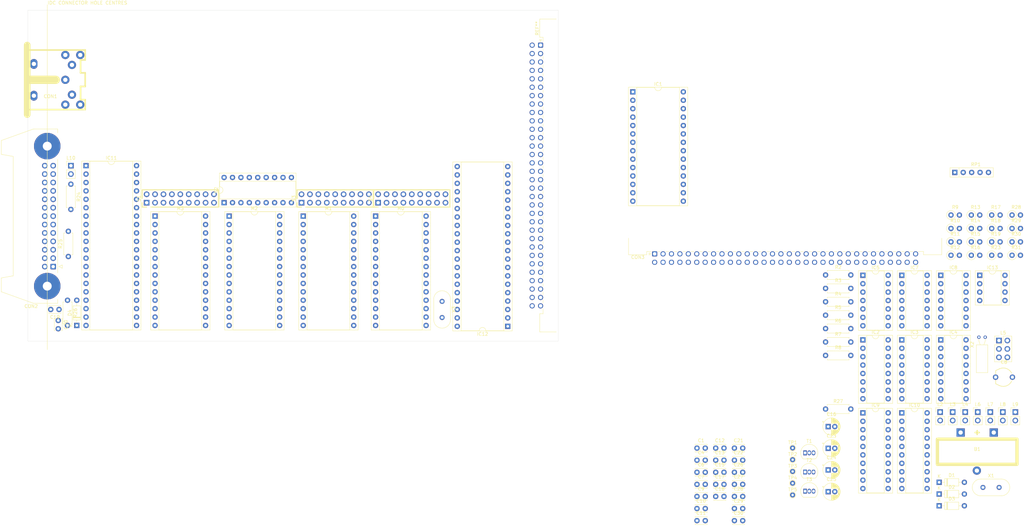
<source format=kicad_pcb>
(kicad_pcb (version 20240108) (generator "pcbnew") (generator_version "8.0")
  (layers (0 "F.Cu" signal) (31 "B.Cu" signal) (34 "B.Paste" user) (35 "F.Paste" user) (36 "B.SilkS" user "B.Silkscreen") (37 "F.SilkS" user "F.Silkscreen") (38 "B.Mask" user) (39 "F.Mask" user) (44 "Edge.Cuts" user))
  (net 0 "")
  (net 1 "Net-(B1-+)")
  (net 2 "GND")
  (net 3 "+5V")
  (net 4 "Net-(D1-K)")
  (net 5 "Net-(D2-A)")
  (net 6 "Net-(IC3-XI)")
  (net 7 "/VCB")
  (net 8 "Net-(IC2A-SRA)")
  (net 9 "/TXD-")
  (net 10 "Net-(IC2A-SRB)")
  (net 11 "/TXD+")
  (net 12 "/BUSY+")
  (net 13 "Net-(IC2B-SRC)")
  (net 14 "Net-(IC2B-SRD)")
  (net 15 "Net-(IC2B-OUTD)")
  (net 16 "Net-(D4-A)")
  (net 17 "Net-(IC12-Φ0IN)")
  (net 18 "Net-(IC12-Φ2OUT)")
  (net 19 "Net-(IC13-CAP+)")
  (net 20 "Net-(IC13-CAP-)")
  (net 21 "Net-(IC2C-VEE)")
  (net 22 "Net-(C28-Pad1)")
  (net 23 "/ACIA_CLK")
  (net 24 "Net-(C30-Pad1)")
  (net 25 "Net-(C30-Pad2)")
  (net 26 "/RXD-")
  (net 27 "/CTS+")
  (net 28 "/RXD+")
  (net 29 "Net-(CON2-Pin_10)")
  (net 30 "Net-(CON2-Pin_14)")
  (net 31 "Net-(CON2-Pin_6)")
  (net 32 "Net-(CON2-Pin_11)")
  (net 34 "Net-(CON2-Pin_3)")
  (net 35 "Net-(CON2-Pin_12)")
  (net 36 "Net-(CON2-Pin_23)")
  (net 37 "Net-(CON2-Pin_15)")
  (net 38 "Net-(CON2-Pin_17)")
  (net 39 "Net-(CON2-Pin_16)")
  (net 40 "Net-(CON2-Pin_13)")
  (net 41 "Net-(CON2-Pin_8)")
  (net 42 "/CA2")
  (net 43 "Net-(CON2-Pin_9)")
  (net 44 "Net-(CON2-Pin_7)")
  (net 45 "Net-(CON2-Pin_4)")
  (net 46 "Net-(CON2-Pin_19)")
  (net 47 "Net-(CON2-Pin_5)")
  (net 48 "Net-(CON2-Pin_18)")
  (net 49 "Net-(CON2-Pin_22)")
  (net 50 "Net-(CON2-Pin_20)")
  (net 51 "/SYNC")
  (net 52 "A14")
  (net 53 "D6")
  (net 57 "A4")
  (net 59 "A7")
  (net 60 "A10")
  (net 61 "/~{LPAGE}")
  (net 63 "/~{RST}")
  (net 64 "A12")
  (net 68 "/~{IRQ}")
  (net 69 "/~{NMI}")
  (net 71 "/~{BLK0}")
  (net 72 "D2")
  (net 73 "A11")
  (net 74 "A9")
  (net 75 "/~{WDS}")
  (net 79 "A3")
  (net 80 "-5V")
  (net 82 "D0")
  (net 83 "/B_Φ2")
  (net 84 "A13")
  (net 85 "/RDY")
  (net 88 "A8")
  (net 89 "A5")
  (net 90 "A1")
  (net 91 "A15")
  (net 93 "/~{HPAGE}")
  (net 94 "A6")
  (net 96 "/B_R{slash}~{W}")
  (net 98 "D7")
  (net 99 "D3")
  (net 100 "D4")
  (net 101 "A0")
  (net 102 "D5")
  (net 104 "A2")
  (net 106 "/~{RDS}")
  (net 109 "D1")
  (net 111 "/PD")
  (net 112 "Net-(D3-A)")
  (net 113 "Net-(IC1-~{DSR})")
  (net 114 "/~{ACIA}")
  (net 116 "Net-(IC1-TXD)")
  (net 117 "Net-(IC1-RXC)")
  (net 118 "Net-(IC1-~{RTS})")
  (net 119 "Net-(IC1-~{DTR})")
  (net 120 "Net-(IC1-RXD)")
  (net 121 "Net-(IC3-X0)")
  (net 122 "Net-(IC3-~{CS})")
  (net 126 "Net-(IC4A--)")
  (net 130 "Net-(IC4B-+)")
  (net 133 "Net-(IC4B--)")
  (net 135 "Net-(IC4A-+)")
  (net 137 "Net-(IC5-Pad11)")
  (net 139 "Net-(IC7-Pad10)")
  (net 140 "Net-(IC12-R{slash}~{W})")
  (net 141 "/~{PD}")
  (net 142 "Net-(T2-G)")
  (net 143 "/CKS")
  (net 144 "/~{CMOS}")
  (net 145 "Net-(T1-C)")
  (net 146 "/~{I{slash}O}")
  (net 148 "Net-(IC9-I1{slash}CLK)")
  (net 149 "/~{M3}")
  (net 150 "/~{M2}")
  (net 151 "Net-(IC9-I2)")
  (net 152 "Net-(IC9-I4)")
  (net 153 "Net-(IC9-I3)")
  (net 154 "/~{M0}")
  (net 155 "/~{M1}")
  (net 158 "/~{VIA}")
  (net 159 "/~{M0OE}")
  (net 168 "/-5V_INT")
  (net 169 "Net-(L3-B)")
  (net 170 "Net-(M2-NC|VPP)")
  (net 171 "Net-(M2-VDD|VCC)")
  (net 172 "Net-(M2-A11)")
  (net 173 "Net-(M2-~{OE}|~{G})")
  (net 174 "Net-(M2-A12)")
  (net 175 "Net-(M2-R{slash}~{W}|~{P})")
  (net 176 "Net-(M2-CE2|A13)")
  (net 177 "Net-(M2-~{CE1}{slash}~{E})")
  (net 178 "Net-(M3-NC|VPP)")
  (net 179 "Net-(T3-B)")
  (net 180 "Net-(T1-B)")
  (footprint "Package_DIP:DIP-20_W7.62mm_Socket" (layer "F.Cu") (at 318.547 166.897)
    (property "Reference" "IC10")
    (property "Value" "GAL16V8")
  )
  (footprint "Resistor_THT:R_Axial_DIN0207_L6.3mm_D2.5mm_P2.54mm_Vertical" (layer "F.Cu") (at 351.797 119.297)
    (property "Reference" "R31")
    (property "Value" "1K8")
  )
  (footprint "Resistor_THT:R_Axial_DIN0207_L6.3mm_D2.5mm_P7.62mm_Horizontal" (layer "F.Cu") (at 67.042 119.672 90)
    (property "Reference" "R25")
    (property "Value" "4K7")
  )
  (footprint "Resistor_THT:R_Axial_DIN0207_L6.3mm_D2.5mm_P2.54mm_Vertical" (layer "F.Cu") (at 333.377 107.147)
    (property "Reference" "R9")
    (property "Value" "240")
  )
  (footprint "Resistor_THT:R_Axial_DIN0207_L6.3mm_D2.5mm_P2.54mm_Vertical" (layer "F.Cu") (at 333.377 111.197)
    (property "Reference" "R10")
    (property "Value" "1K")
  )
  (footprint "Capacitor_THT:C_Disc_D3.4mm_W2.1mm_P2.50mm" (layer "F.Cu") (at 256.727 192.147)
    (property "Reference" "C9")
    (property "Value" "100n")
  )
  (footprint "Resistor_THT:R_Axial_DIN0207_L6.3mm_D2.5mm_P2.54mm_Vertical" (layer "F.Cu") (at 345.657 107.147)
    (property "Reference" "R17")
    (property "Value" "6K8")
  )
  (footprint "TestPoint:TestPoint_THTPad_D1.5mm_Drill0.7mm" (layer "F.Cu") (at 285.587 177.497)
    (property "Reference" "TP1")
    (property "Value" "RXC")
  )
  (footprint "Package_DIP:DIP-14_W7.62mm_Socket" (layer "F.Cu") (at 330.297 125.347)
    (property "Reference" "IC8")
    (property "Value" "74HCT132")
  )
  (footprint "Capacitor_THT:C_Disc_D3.4mm_W2.1mm_P2.50mm" (layer "F.Cu") (at 262.377 181.197)
    (property "Reference" "C13")
    (property "Value" "47p")
  )
  (footprint "Resistor_THT:R_Axial_DIN0207_L6.3mm_D2.5mm_P2.54mm_Vertical" (layer "F.Cu") (at 333.377 119.297)
    (property "Reference" "R12")
    (property "Value" "1K")
  )
  (footprint "Resistor_THT:R_Axial_DIN0207_L6.3mm_D2.5mm_P2.54mm_Vertical" (layer "F.Cu") (at 351.797 111.197)
    (property "Reference" "R29")
    (property "Value" "820")
  )
  (footprint "Package_DIP:DIP-28_W15.24mm_Socket" (layer "F.Cu") (at 159.747 107.48)
    (property "Reference" "M0")
    (property "Value" "~")
  )
  (footprint "Capacitor_THT:C_Disc_D3.4mm_W2.1mm_P2.50mm" (layer "F.Cu") (at 262.377 184.847)
    (property "Reference" "C15")
    (property "Value" "100n")
  )
  (footprint "EuroCube-65:PinHeader_1x02_P2.54mm_V_Tight" (layer "F.Cu") (at 330.112 166.662)
    (property "Reference" "L2")
    (property "Value" "~")
  )
  (footprint "Package_DIP:DIP-28_W15.24mm_Socket" (layer "F.Cu") (at 93.204 107.48)
    (property "Reference" "M3")
    (property "Value" "~")
  )
  (footprint "Resistor_THT:R_Axial_DIN0207_L6.3mm_D2.5mm_P2.54mm_Vertical" (layer "F.Cu") (at 339.517 119.297)
    (property "Reference" "R16")
    (property "Value" "22K")
  )
  (footprint "Crystal:Crystal_HC49-U_Vertical" (layer "F.Cu") (at 179.818 133.224 -90)
    (property "Reference" "X3")
    (property "Value" "1MHz")
  )
  (footprint "Package_DIP:DIP-40_W15.24mm_Socket" (layer "F.Cu") (at 72.376 92.24)
    (property "Reference" "IC11")
    (property "Value" "6522")
  )
  (footprint "Resistor_THT:R_Axial_DIN0207_L6.3mm_D2.5mm_P7.62mm_Horizontal" (layer "F.Cu") (at 295.527 141.447)
    (property "Reference" "R6")
    (property "Value" "470")
  )
  (footprint "EuroCube-65:ConfigBlock_2x09_P2.54mm_Vertical" (layer "F.Cu") (at 90.664 103.416 90)
    (property "Reference" "S1")
    (property "Value" "~")
  )
  (footprint "Capacitor_THT:C_Disc_D3.4mm_W2.1mm_P2.50mm" (layer "F.Cu") (at 63.994 138.996 -90)
    (property "Reference" "C20")
    (property "Value" "10n")
  )
  (footprint "Resistor_THT:R_Axial_DIN0207_L6.3mm_D2.5mm_P2.54mm_Vertical" (layer "F.Cu") (at 345.657 115.247)
    (property "Reference" "R19")
    (property "Value" "100K")
  )
  (footprint "Capacitor_THT:C_Disc_D3.4mm_W2.1mm_P2.50mm" (layer "F.Cu") (at 268.027 195.797)
    (property "Reference" "C29")
    (property "Value" "33p")
  )
  (footprint "EuroCube-65:ConfigBlock_2x09_P2.54mm_Vertical" (layer "F.Cu") (at 160.514 103.416 90)
    (property "Reference" "S4")
    (property "Value" "~")
  )
  (footprint "EuroCube-65:PinHeader_1x02_P2.54mm_V_Tight" (layer "F.Cu") (at 333.892 166.662)
    (property "Reference" "L3")
    (property "Value" "~")
  )
  (footprint "EuroCube-65:PinHeader_1x02_P2.54mm_V_Tight" (layer "F.Cu") (at 352.792 166.662)
    (property "Reference" "L9")
    (property "Value" "~")
  )
  (footprint "EuroCube-65:Trimmer_small" (layer "F.Cu") (at 346.872 158.622)
    (property "Reference" "C8")
    (property "Value" "5-40p")
  )
  (footprint "Capacitor_THT:C_Disc_D3.4mm_W2.1mm_P2.50mm" (layer "F.Cu") (at 268.027 188.497)
    (property "Reference" "C27")
    (property "Value" "100n")
  )
  (footprint "Resistor_THT:R_Axial_DIN0207_L6.3mm_D2.5mm_P7.62mm_Horizontal" (layer "F.Cu") (at 295.527 133.347)
    (property "Reference" "R4")
    (property "Value" "1M")
  )
  (footprint "Resistor_THT:R_Axial_DIN0207_L6.3mm_D2.5mm_P7.62mm_Horizontal" (layer "F.Cu") (at 295.527 149.547)
    (property "Reference" "R8")
    (property "Value" "120")
  )
  (footprint "Capacitor_THT:C_Disc_D3.4mm_W2.1mm_P2.50mm" (layer "F.Cu") (at 268.027 177.547)
    (property "Reference" "C21")
    (property "Value" "33p")
  )
  (footprint "Resistor_THT:R_Axial_DIN0207_L6.3mm_D2.5mm_P2.54mm_Vertical" (layer "F.Cu") (at 339.517 115.247)
    (property "Reference" "R15")
    (property "Value" "22K")
  )
  (footprint "Capacitor_THT:C_Disc_D3.4mm_W2.1mm_P2.50mm" (layer "F.Cu") (at 256.727 199.447)
    (property "Reference" "C11")
    (property "Value" "47p")
  )
  (footprint "Capacitor_THT:C_Disc_D3.4mm_W2.1mm_P2.50mm" (layer "F.Cu") (at 262.377 192.147)
    (property "Reference" "C18")
    (property "Value" "100n")
  )
  (footprint "Package_DIP:DIP-16_W7.62mm_Socket" (layer "F.Cu") (at 306.797 144.847)
    (property "Reference" "IC2")
    (property "Value" "26LS30")
  )
  (footprint "Package_TO_SOT_THT:TO-92_Inline" (layer "F.Cu") (at 289.347 190.557)
    (property "Reference" "T3")
    (property "Value" "2N3906")
  )
  (footprint "Resistor_THT:R_Axial_DIN0207_L6.3mm_D2.5mm_P7.62mm_Horizontal" (layer "F.Cu") (at 295.527 125.247)
    (property "Reference" "R2")
    (property "Value" "10K")
  )
  (footprint "TestPoint:TestPoint_THTPad_D1.5mm_Drill0.7mm" (layer "F.Cu") (at 285.587 184.597)
    (property "Reference" "TP3")
    (property "Value" "~{DTR}")
  )
  (footprint "Capacitor_THT:C_Disc_D3.4mm_W2.1mm_P2.50mm" (layer "F.Cu") (at 262.377 188.497)
    (property "Reference" "C17")
    (property "Value" "100n")
  )
  (footprint "Resistor_THT:R_Axial_DIN0207_L6.3mm_D2.5mm_P2.54mm_Vertical" (layer "F.Cu") (at 339.517 111.197)
    (property "Reference" "R14")
    (property "Value" "240")
  )
  (footprint "Resistor_THT:R_Axial_DIN0207_L6.3mm_D2.5mm_P2.54mm_Vertical" (layer "F.Cu") (at 345.657 111.197)
    (property "Reference" "R18")
    (property "Value" "1K8")
  )
  (footprint "Capacitor_THT:C_Disc_D3.4mm_W2.1mm_P2.50mm" (layer "F.Cu") (at 256.727 184.847)
    (property "Reference" "C6")
    (property "Value" "100n")
  )
  (footprint "Resistor_THT:R_Axial_DIN0207_L6.3mm_D2.5mm_P2.54mm_Vertical" (layer "F.Cu") (at 351.797 115.247)
    (property "Reference" "R30")
    (property "Value" "820")
  )
  (footprint "Resistor_THT:R_Axial_DIN0207_L6.3mm_D2.5mm_P7.62mm_Horizontal" (layer "F.Cu") (at 295.527 145.497)
    (property "Reference" "R7")
    (property "Value" "470 to 680 SOT")
  )
  (footprint "MountingHole:MountingHole_2.7mm_M2.5" (layer "F.Cu") (at 58.42 50.8)
    (property "Reference" "H1" (hide yes))
    (property "Value" "MountingHole" (hide yes))
  )
  (footprint "Capacitor_THT:C_Disc_D3.4mm_W2.1mm_P2.50mm" (layer "F.Cu") (at 268.027 184.847)
    (property "Reference" "C26")
    (property "Value" "SOT")
  )
  (footprint "EuroCube-65:PinHeader_1x02_P2.54mm_V_Tight" (layer "F.Cu") (at 341.452 166.662)
    (property "Reference" "L6")
    (property "Value" "~")
  )
  (footprint "EuroCube-65:PinHeader_1x02_P2.54mm_V_Tight" (layer "F.Cu") (at 337.672 166.662)
    (property "Reference" "L4")
    (property "Value" "~")
  )
  (footprint "Package_DIP:DIP-28_W15.24mm_Socket" (layer "F.Cu") (at 115.556 107.48)
    (property "Reference" "M2")
    (property "Value" "~")
  )
  (footprint "EuroCube-65:PinHeader_1x02_P2.54mm_V_Tight" (layer "F.Cu") (at 345.232 166.662)
    (property "Reference" "L7")
    (property "Value" "~")
  )
  (footprint "Capacitor_THT:CP_Radial_D5.0mm_P2.00mm" (layer "F.Cu") (at 296.316775 190.697)
    (property "Reference" "C25")
    (property "Value" "10u")
  )
  (footprint "TestPoint:TestPoint_THTPad_D1.5mm_Drill0.7mm" (layer "F.Cu") (at 285.587 191.697)
    (property "Reference" "TP5")
    (property "Value" "VCB")
  )
  (footprint "TestPoint:TestPoint_THTPad_D1.5mm_Drill0.7mm" (layer "F.Cu") (at 285.587 181.047)
    (property "Reference" "TP2")
    (property "Value" "BUSY-")
  )
  (footprint "Capacitor_THT:C_Disc_D3.4mm_W2.1mm_P2.50mm" (layer "F.Cu") (at 268.027 199.447)
    (property "Reference" "C30")
    (property "Value" "10n")
  )
  (footprint "Package_TO_SOT_THT:TO-92_Inline" (layer "F.Cu") (at 289.347 184.767)
    (property "Reference" "T2")
    (property "Value" "2N7000")
  )
  (footprint "Capacitor_THT:C_Disc_D3.4mm_W2.1mm_P2.50mm" (layer "F.Cu") (at 256.727 188.497)
    (property "Reference" "C7")
    (property "Value" "100n")
  )
  (footprint "EuroCube-65:DIN-7" (layer "F.Cu") (at 56.628 66.306)
    (property "Reference" "CON1")
    (property "Value" "SERIAL PORT")
  )
  (footprint "Package_DIP:DIP-20_W7.62mm_Socket" (layer "F.Cu") (at 306.797 166.897)
    (property "Reference" "IC9")
    (property "Value" "GAL16V8")
  )
  (footprint "EuroCube-65:ConfigBlock_2x09_P2.54mm_Vertical" (layer "F.Cu") (at 137.4 103.416 90)
    (property "Reference" "S3")
    (property "Value" "~")
  )
  (footprint "Package_DIP:DIP-28_W15.24mm_Socket" (layer "F.Cu") (at 237.377 69.947)
    (property "Reference" "IC1")
    (property "Value" "6551A")
  )
  (footprint "Capacitor_THT:C_Disc_D3.4mm_W2.1mm_P2.50mm" (layer "F.Cu") (at 256.727 195.797)
    (property "Reference" "C10")
    (property "Value" "47p")
  )
  (footprint "Resistor_THT:R_Axial_DIN0207_L6.3mm_D2.5mm_P7.62mm_Horizontal" (layer "F.Cu") (at 66.788 132.88 -90)
    (property "Reference" "R26")
    (property "Value" "1M")
  )
  (footprint "Package_DIP:DIP-16_W7.62mm_Socket" (layer "F.Cu") (at 330.297 144.847)
    (property "Reference" "IC4")
    (property "Value" "26LS32")
  )
  (footprint "Package_DIP:DIP-8_W7.62mm_Socket" (layer "F.Cu") (at 342.047 125.347)
    (property "Reference" "IC13")
    (property "Value" "7660")
  )
  (footprint "Resistor_THT:R_Axial_DIN0207_L6.3mm_D2.5mm_P7.62mm_Horizontal" (layer "F.Cu") (at 295.527 129.297)
    (property "Reference" "R3")
    (property "Value" "1M")
  )
  (footprint "Package_TO_SOT_THT:TO-92_Inline" (layer "F.Cu") (at 289.347 178.977)
    (property "Reference" "T1")
    (property "Value" "BC547")
  )
  (footprint "Diode_THT:D_DO-35_SOD27_P7.62mm_Horizontal" (layer "F.Cu") (at 329.797 187.867)
    (property "Reference" "D1")
    (property "Value" "1N4148")
  )
  (footprint "Crystal:Crystal_HC49-U_Vertical" (layer "F.Cu") (at 343.017 189.417)
    (property "Reference" "X1")
    (property "Value" "1.843MHz")
  )
  (footprint "Connector_DIN:DIN41612_B_2x32_Male_Horizontal_THT" (layer "F.Cu") (at 243.957 118.877)
    (property "Reference" "CON3")
    (property "Value" "EXPANSION BUS")
  )
  (footprint "EuroCube-65:PinHeader_1x02_P2.54mm_V_Tight" (layer "F.Cu") (at 349.012 166.662)
    (property "Reference" "L8")
    (property "Value" "~")
  )
  (footprint "Capacitor_THT:CP_Radial_D5.0mm_P2.00mm" (layer "F.Cu") (at 296.316775 171.047)
    (property "Reference" "C16")
    (property "Value" "2.2u")
  )
  (footprint "Connector_DIN:DIN41612_B_2x32_Male_Horizontal_THT" (layer "F.Cu") (at 209.536 55.842 -90)
    (property "Reference" "REF**")
    (property "Value" "DIN41612_B_2x32_Male_Horizontal_THT")
  )
  (footprint "Package_DIP:DIP-14_W7.62mm_Socket" (layer "F.Cu") (at 306.797 125.347)
    (property "Reference" "IC5")
    (property "Value" "74LS04")
  )
  (footprint "Package_DIP:DIP-40_W15.24mm_Socket" (layer "F.Cu") (at 199.63 140.754 180)
    (property "Reference" "IC12")
    (property "Value" "6502")
  )
  (footprint "Resistor_THT:R_Axial_DIN0207_L6.3mm_D2.5mm_P2.54mm_Vertical" (layer "F.Cu") (at 339.517 107.147)
    (property "Reference" "R13")
    (property "Value" "1K")
  )
  (footprint "Capacitor_THT:C_Disc_D3.4mm_W2.1mm_P2.50mm" (layer "F.Cu") (at 64.228 135.674 180)
    (property "Reference" "C19")
    (property "Value" "100n")
  )
  (footprint "Capacitor_THT:CP_Radial_D5.0mm_P2.00mm" (layer "F.Cu") (at 296.316775 177.597)
    (property "Reference" "C23")
    (property "Value" "22u")
  )
  (footprint "Resistor_THT:R_Axial_DIN0207_L6.3mm_D2.5mm_P7.62mm_Horizontal" (layer "F.Cu") (at 295.527 137.397)
    (property "Reference" "R5")
    (property "Value" "100K")
  )
  (footprint "Resistor_THT:R_Axial_DIN0207_L6.3mm_D2.5mm_P2.54mm_Vertical" (layer "F.Cu") (at 333.377 115.247)
    (property "Reference" "R11")
    (property "Value" "1K")
  )
  (footprint "Package_DIP:CERDIP-18_W7.62mm_SideBrazed_Socket" (layer "F.Cu") (at 114.032 103.416 90)
    (property "Reference" "S2")
    (property "Value" "~")
  )
  (footprint "Diode_THT:D_DO-35_SOD27_P7.62mm_Horizontal" (layer "F.Cu") (at 329.797 191.417)
    (property "Reference" "D2")
    (property "Value" "1N4148")
  )
  (footprint "Package_DIP:DIP-14_W7.62mm_Socket" (layer "F.Cu") (at 318.547 125.347)
    (property "Reference" "IC7")
    (property "Value" "74LS00")
  )
  (footprint "EuroCube-65:Battery" (layer "F.Cu") (at 341.282 178.342)
    (property "Reference" "B1")
    (property "Value" "3V6")
  )
  (footprint "Diode_THT:D_DO-35_SOD27_P7.62mm_Horizontal" (layer "F.Cu") (at 69.582 140.5 90)
    (property "Reference" "D4")
    (property "Value" "1N4148")
  )
  (footprint "Resistor_THT:R_Axial_DIN0207_L6.3mm_D2.5mm_P7.62mm_Horizontal" (layer "F.Cu") (at 67.804 97.828 -90)
    (property "Reference" "R24")
    (property "Value" "4K7")
  )
  (footprint "Package_DIP:DIP-16_W7.62mm_Socket" (layer "F.Cu") (at 318.547 144.847)
    (property "Reference" "IC3")
    (property "Value" "M3002")
  )
  (footprint "Connector_PinHeader_2.54mm:PinHeader_2x03_P2.54mm_Vertical" (layer "F.Cu") (at 347.847 145.047)
    (property "Reference" "L5")
    (property "Value" "~")
  )
  (footprint "MountingHole:MountingHole_2.7mm_M2.5" (layer "F.Cu") (at 58.42 139.7)
    (property "Reference" "H2" (hide yes))
    (property "Value" "MountingHole" (hide yes))
  )
  (footprint "Resistor_THT:R_Axial_DIN0207_L6.3mm_D2.5mm_P7.62mm_Horizontal" (layer "F.Cu") (at 295.527 165.747)
    (property "Reference" "R27")
    (property "Value" "4K7")
  )
  (footprint "Capacitor_THT:C_Disc_D3.4mm_W2.1mm_P2.50mm" (layer "F.Cu") (at 268.027 181.197)
    (property "Reference" "C22")
    (property "Value" "33p")
  )
  (footprint "Capacitor_THT:C_Disc_D3.4mm_W2.1mm_P2.50mm" (layer "F.Cu") (at 268.027 192.147)
    (property "Reference" "C28")
    (property "Value" "33p")
  )
  (footprint "Crystal:Crystal_C38-LF_D3.0mm_L8.0mm_Horizontal" (layer "F.Cu") (at 341.797 144.047)
    (property "Reference" "X2")
    (property "Value" "32.768kHz")
  )
  (footprint "Resistor_THT:R_Axial_DIN0207_L6.3mm_D2.5mm_P2.54mm_Vertical" (layer "F.Cu") (at 351.797 107.147)
    (property "Reference" "R28")
    (property "Value" "4K7")
  )
  (footprint "Resistor_THT:R_Array_SIP5" (layer "F.Cu") (at 334.527 94.277)
    (property "Reference" "RP1")
    (property "Value" "4K7 x4")
  )
  (footprint "Capacitor_THT:C_Disc_D3.4mm_W2.1mm_P2.50mm" (layer "F.Cu") (at 256.727 181.197)
    (property "Reference" "C4")
    (property "Value" "100n")
  )
  (footprint "Connector_IDC:IDC-Header_2x13-1MP_P2.54mm_Latch_Horizontal" (layer "F.Cu") (at 62.47 122.72 180)
    (property "Reference" "CON2")
    (property "Value" "PARALLEL PORT")
  )
  (footprint "TestPoint:TestPoint_THTPad_D1.5mm_Drill0.7mm" (layer "F.Cu") (at 285.587 188.147)
    (property "Reference" "TP4")
    (property "Value" "CTS-")
  )
  (footprint "Resistor_THT:R_Axial_DIN0207_L6.3mm_D2.5mm_P2.54mm_Vertical" (layer "F.Cu") (at 345.657 119.297)
    (property "Reference" "R23")
    (property "Value" "4K7")
  )
  (footprint "Package_DIP:DIP-28_W15.24mm_Socket" (layer "F.Cu") (at 137.908 107.48)
    (property "Reference" "M1")
    (property "Value" "~")
  )
  (footprint "Capacitor_THT:C_Disc_D3.4mm_W2.1mm_P2.50mm" (layer "F.Cu") (at 262.377 177.547)
    (property "Reference" "C12")
    (property "Value" "47p")
  )
  (footprint "Capacitor_THT:CP_Radial_D5.0mm_P2.00mm" (layer "F.Cu") (at 296.316775 184.147)
    (property "Reference" "C24")
    (property "Value" "10u")
  )
  (footprint "Capacitor_THT:C_Disc_D3.4mm_W2.1mm_P2.50mm" (layer "F.Cu") (at 256.727 177.547)
    (property "Reference" "C1")
    (property "Value" "100n")
  )
  (footprint "Connector_PinHeader_2.54mm:PinHeader_1x02_P2.54mm_Vertical" (layer "F.Cu") (at 67.804 92.235)
    (property "Reference" "L10")
    (property "Value" "~{RESET}")
  )
  (footprint "Diode_THT:D_DO-35_SOD27_P7.62mm_Horizontal" (layer "F.Cu") (at 329.797 194.967)
    (property "Reference" "D3")
    (property "Value" "4V3")
  )
  (gr_line (start 60.692 43.65) (end 60.692 147.79) (stroke (width 0.12)) (layer "F.SilkS"))
  (gr_line (start 214.85 145.25) (end 54.85 145.25) (stroke (width 0.05)) (layer "Edge.Cuts"))
  (gr_line (start 54.85 45.25) (end 214.85 45.25) (stroke (width 0.05)) (layer "Edge.Cuts"))
  (gr_line (start 214.85 45.25) (end 214.85 145.25) (stroke (width 0.05)) (layer "Edge.Cuts"))
  (gr_line (start 54.85 145.25) (end 54.85 45.25) (stroke (width 0.05)) (layer "Edge.Cuts"))
  (gr_text "IDC CONNECTOR HOLE CENTRES" (at 60.692 43.65 0) (layer "F.SilkS") (effects (font (size 1 1)) (justify left bottom)))
)
</source>
